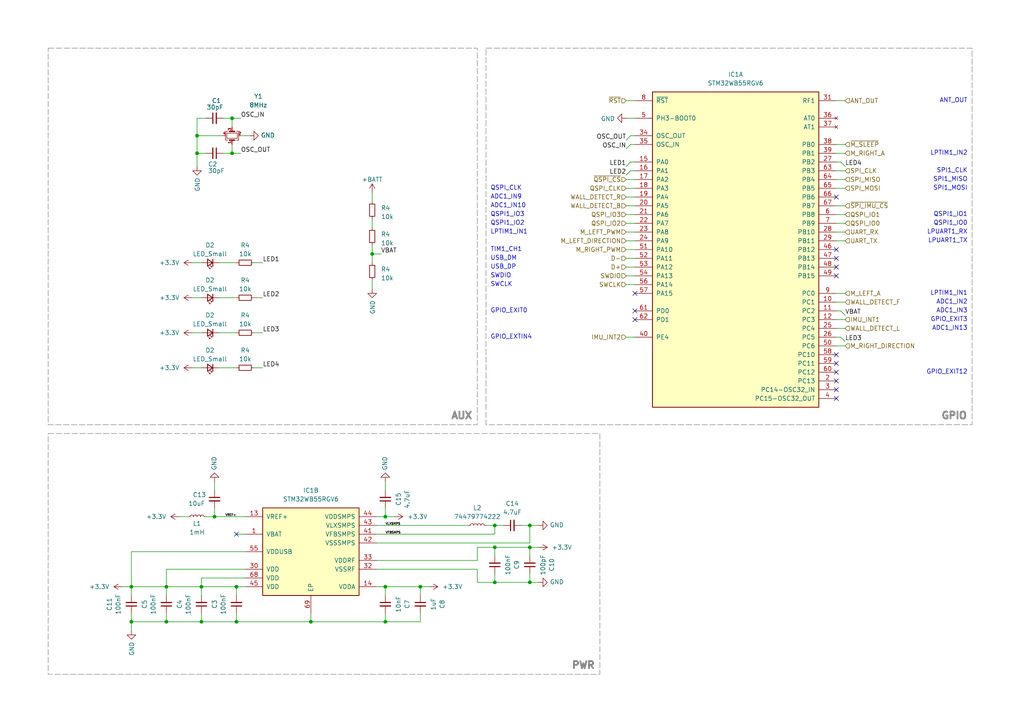
<source format=kicad_sch>
(kicad_sch (version 20231120) (generator "eeschema") (generator_version "8.0")
  (paper "A4")
  (lib_symbols
    (symbol "Device:C_Small" (pin_numbers hide) (pin_names (offset 0.254) hide)
      (property "Reference" "C" (at 0.254 1.778 0))
      (property "Value" "C_Small" (at 0.254 -2.032 0))
      (symbol "C_Small_0_1"
        (polyline (pts (xy -1.524 -0.508) (xy 1.524 -0.508)) (stroke (width 0.3302)))
        (polyline (pts (xy -1.524 0.508) (xy 1.524 0.508)) (stroke (width 0.3048)))
      )
      (symbol "C_Small_1_1"
        (pin passive line (at 0 2.54 270) (length 2.032) (name "~") (number "1"))
        (pin passive line (at 0 -2.54 90) (length 2.032) (name "~") (number "2"))
      )
    )
    (symbol "Device:Crystal_GND24_Small" (pin_names (offset 1.016) hide)
      (property "Reference" "Y" (at 1.27 4.445 0))
      (property "Value" "Crystal_GND24_Small" (at 1.27 2.54 0))
      (symbol "Crystal_GND24_Small_0_1"
        (rectangle (start -0.762 -1.524) (end 0.762 1.524))
        (polyline (pts (xy -1.27 -0.762) (xy -1.27 0.762)) (stroke (width 0.381)))
        (polyline (pts (xy 1.27 -0.762) (xy 1.27 0.762)) (stroke (width 0.381)))
        (polyline (pts (xy -1.27 -1.27) (xy -1.27 -1.905) (xy 1.27 -1.905) (xy 1.27 -1.27)))
        (polyline (pts (xy -1.27 1.27) (xy -1.27 1.905) (xy 1.27 1.905) (xy 1.27 1.27)))
      )
      (symbol "Crystal_GND24_Small_1_1"
        (pin passive line (at -2.54 0 0) (length 1.27) (name "1") (number "1"))
        (pin passive line (at 0 -2.54 90) (length 0.635) (name "2") (number "2"))
        (pin passive line (at 2.54 0 180) (length 1.27) (name "3") (number "3"))
        (pin passive line (at 0 2.54 270) (length 0.635) (name "4") (number "4"))
      )
    )
    (symbol "Device:LED_Small" (pin_numbers hide) (pin_names (offset 0.254) hide)
      (property "Reference" "D" (at -1.27 3.175 0))
      (property "Value" "LED_Small" (at -4.445 -2.54 0))
      (symbol "LED_Small_0_1"
        (polyline (pts (xy -0.762 -1.016) (xy -0.762 1.016)) (stroke (width 0.254)))
        (polyline (pts (xy 1.016 0) (xy -0.762 0)))
        (polyline (pts (xy 0.762 -1.016) (xy -0.762 0) (xy 0.762 1.016) (xy 0.762 -1.016)) (stroke (width 0.254)))
        (polyline (pts (xy 0 0.762) (xy -0.508 1.27) (xy -0.254 1.27) (xy -0.508 1.27) (xy -0.508 1.016)))
        (polyline (pts (xy 0.508 1.27) (xy 0 1.778) (xy 0.254 1.778) (xy 0 1.778) (xy 0 1.524)))
      )
      (symbol "LED_Small_1_1"
        (pin passive line (at -2.54 0 0) (length 1.778) (name "K") (number "1"))
        (pin passive line (at 2.54 0 180) (length 1.778) (name "A") (number "2"))
      )
    )
    (symbol "Device:L_Small" (pin_numbers hide) (pin_names (offset 0.254) hide)
      (property "Reference" "L" (at 0.762 1.016 0))
      (property "Value" "L_Small" (at 0.762 -1.016 0))
      (symbol "L_Small_0_1"
        (arc (start 0 -2.032) (mid 0.5058 -1.524) (end 0 -1.016))
        (arc (start 0 -1.016) (mid 0.5058 -0.508) (end 0 0))
        (arc (start 0 0) (mid 0.5058 0.508) (end 0 1.016))
        (arc (start 0 1.016) (mid 0.5058 1.524) (end 0 2.032))
      )
      (symbol "L_Small_1_1"
        (pin passive line (at 0 2.54 270) (length 0.508) (name "~") (number "1"))
        (pin passive line (at 0 -2.54 90) (length 0.508) (name "~") (number "2"))
      )
    )
    (symbol "Device:R_Small" (pin_numbers hide) (pin_names (offset 0.254) hide)
      (property "Reference" "R" (at 0.762 0.508 0))
      (property "Value" "R_Small" (at 0.762 -1.016 0))
      (symbol "R_Small_0_1"
        (rectangle (start -0.762 1.778) (end 0.762 -1.778) (stroke (width 0.2032)))
      )
      (symbol "R_Small_1_1"
        (pin passive line (at 0 2.54 270) (length 0.762) (name "~") (number "1"))
        (pin passive line (at 0 -2.54 90) (length 0.762) (name "~") (number "2"))
      )
    )
    (symbol "Samacsys_kicad_sym:74479774222" (pin_numbers hide) (pin_names hide)
      (property "Reference" "L" (at 16.51 6.35 0))
      (property "Value" "74479774222" (at 16.51 3.81 0))
      (symbol "74479774222_0_1"
        (arc (start -1.016 0) (mid -1.524 0.5058) (end -2.032 0))
        (arc (start 0 0) (mid -0.508 0.5058) (end -1.016 0))
        (arc (start 1.016 0) (mid 0.508 0.5058) (end 0 0))
        (arc (start 2.032 0) (mid 1.524 0.5058) (end 1.016 0))
      )
      (symbol "74479774222_1_1"
        (pin passive line (at -2.54 0 0) (length 0.508) (name "~") (number "1"))
        (pin passive line (at 2.54 0 180) (length 0.508) (name "~") (number "2"))
      )
    )
    (symbol "Samacsys_kicad_sym:STM32WB55RGV6" (pin_names (offset 1.016))
      (property "Reference" "IC" (at -6.35 17.78 0))
      (property "Value" "STM32WB55RGV6" (at -6.35 15.24 0))
      (symbol "STM32WB55RGV6_1_1"
        (rectangle (start -24.13 45.72) (end 24.13 -45.72) (stroke (width 0.254)) (fill (type background)))
        (pin passive line (at 29.21 -15.24 180) (length 5.08) (name "PC1") (number "10"))
        (pin passive line (at 29.21 -17.78 180) (length 5.08) (name "PC2") (number "11"))
        (pin passive line (at 29.21 -20.32 180) (length 5.08) (name "PC3") (number "12"))
        (pin passive line (at -29.21 25.4 0) (length 5.08) (name "PA0") (number "15"))
        (pin passive line (at -29.21 22.86 0) (length 5.08) (name "PA1") (number "16"))
        (pin passive line (at -29.21 20.32 0) (length 5.08) (name "PA2") (number "17"))
        (pin passive line (at -29.21 17.78 0) (length 5.08) (name "PA3") (number "18"))
        (pin passive line (at -29.21 15.24 0) (length 5.08) (name "PA4") (number "19"))
        (pin passive line (at 29.21 -38.1 180) (length 5.08) (name "PC13") (number "2"))
        (pin passive line (at -29.21 12.7 0) (length 5.08) (name "PA5") (number "20"))
        (pin passive line (at -29.21 10.16 0) (length 5.08) (name "PA6") (number "21"))
        (pin passive line (at -29.21 7.62 0) (length 5.08) (name "PA7") (number "22"))
        (pin passive line (at -29.21 5.08 0) (length 5.08) (name "PA8") (number "23"))
        (pin passive line (at -29.21 2.54 0) (length 5.08) (name "PA9") (number "24"))
        (pin passive line (at 29.21 -22.86 180) (length 5.08) (name "PC4") (number "25"))
        (pin passive line (at 29.21 -25.4 180) (length 5.08) (name "PC5") (number "26"))
        (pin passive line (at 29.21 25.4 180) (length 5.08) (name "PB2") (number "27"))
        (pin passive line (at 29.21 5.08 180) (length 5.08) (name "PB10") (number "28"))
        (pin passive line (at 29.21 2.54 180) (length 5.08) (name "PB11") (number "29"))
        (pin passive line (at 29.21 -40.64 180) (length 5.08) (name "PC14-OSC32_IN") (number "3"))
        (pin passive line (at 29.21 43.18 180) (length 5.08) (name "RF1") (number "31"))
        (pin passive line (at -29.21 33.02 0) (length 5.08) (name "OSC_OUT") (number "34"))
        (pin passive line (at -29.21 30.48 0) (length 5.08) (name "OSC_IN") (number "35"))
        (pin no_connect line (at 29.21 38.1 180) (length 5.08) (name "AT0") (number "36"))
        (pin no_connect line (at 29.21 35.56 180) (length 5.08) (name "AT1") (number "37"))
        (pin passive line (at 29.21 30.48 180) (length 5.08) (name "PB0") (number "38"))
        (pin passive line (at 29.21 27.94 180) (length 5.08) (name "PB1") (number "39"))
        (pin passive line (at 29.21 -43.18 180) (length 5.08) (name "PC15-OSC32_OUT") (number "4"))
        (pin passive line (at -29.21 -25.4 0) (length 5.08) (name "PE4") (number "40"))
        (pin passive line (at 29.21 0 180) (length 5.08) (name "PB12") (number "46"))
        (pin passive line (at 29.21 -2.54 180) (length 5.08) (name "PB13") (number "47"))
        (pin passive line (at 29.21 -5.08 180) (length 5.08) (name "PB14") (number "48"))
        (pin passive line (at 29.21 -7.62 180) (length 5.08) (name "PB15") (number "49"))
        (pin passive line (at -29.21 38.1 0) (length 5.08) (name "PH3-BOOT0") (number "5"))
        (pin passive line (at 29.21 -27.94 180) (length 5.08) (name "PC6") (number "50"))
        (pin passive line (at -29.21 0 0) (length 5.08) (name "PA10") (number "51"))
        (pin passive line (at -29.21 -2.54 0) (length 5.08) (name "PA11") (number "52"))
        (pin passive line (at -29.21 -5.08 0) (length 5.08) (name "PA12") (number "53"))
        (pin passive line (at -29.21 -7.62 0) (length 5.08) (name "PA13") (number "54"))
        (pin passive line (at -29.21 -10.16 0) (length 5.08) (name "PA14") (number "56"))
        (pin passive line (at -29.21 -12.7 0) (length 5.08) (name "PA15") (number "57"))
        (pin passive line (at 29.21 -30.48 180) (length 5.08) (name "PC10") (number "58"))
        (pin passive line (at 29.21 -33.02 180) (length 5.08) (name "PC11") (number "59"))
        (pin passive line (at 29.21 10.16 180) (length 5.08) (name "PB8") (number "6"))
        (pin passive line (at 29.21 -35.56 180) (length 5.08) (name "PC12") (number "60"))
        (pin passive line (at -29.21 -17.78 0) (length 5.08) (name "PD0") (number "61"))
        (pin passive line (at -29.21 -20.32 0) (length 5.08) (name "PD1") (number "62"))
        (pin passive line (at 29.21 22.86 180) (length 5.08) (name "PB3") (number "63"))
        (pin passive line (at 29.21 20.32 180) (length 5.08) (name "PB4") (number "64"))
        (pin passive line (at 29.21 17.78 180) (length 5.08) (name "PB5") (number "65"))
        (pin passive line (at 29.21 15.24 180) (length 5.08) (name "PB6") (number "66"))
        (pin passive line (at 29.21 12.7 180) (length 5.08) (name "PB7") (number "67"))
        (pin passive line (at 29.21 7.62 180) (length 5.08) (name "PB9") (number "7"))
        (pin passive line (at -29.21 43.18 0) (length 5.08) (name "~{RST}") (number "8"))
        (pin passive line (at 29.21 -12.7 180) (length 5.08) (name "PC0") (number "9"))
      )
      (symbol "STM32WB55RGV6_2_1"
        (rectangle (start -13.97 12.7) (end 13.97 -12.7) (stroke (width 0.254)) (fill (type background)))
        (pin passive line (at -19.05 5.08 0) (length 5.08) (name "VBAT") (number "1"))
        (pin passive line (at -19.05 10.16 0) (length 5.08) (name "VREF+") (number "13"))
        (pin passive line (at 19.05 -10.16 180) (length 5.08) (name "VDDA") (number "14"))
        (pin passive line (at -19.05 -5.08 0) (length 5.08) (name "VDD") (number "30"))
        (pin passive line (at 19.05 -5.08 180) (length 5.08) (name "VSSRF") (number "32"))
        (pin passive line (at 19.05 -2.54 180) (length 5.08) (name "VDDRF") (number "33"))
        (pin passive line (at 19.05 5.08 180) (length 5.08) (name "VFBSMPS") (number "41"))
        (pin passive line (at 19.05 2.54 180) (length 5.08) (name "VSSSMPS") (number "42"))
        (pin passive line (at 19.05 7.62 180) (length 5.08) (name "VLXSMPS") (number "43"))
        (pin passive line (at 19.05 10.16 180) (length 5.08) (name "VDDSMPS") (number "44"))
        (pin passive line (at -19.05 -10.16 0) (length 5.08) (name "VDD") (number "45"))
        (pin passive line (at -19.05 0 0) (length 5.08) (name "VDDUSB") (number "55"))
        (pin passive line (at -19.05 -7.62 0) (length 5.08) (name "VDD") (number "68"))
        (pin passive line (at 0 -17.78 90) (length 5.08) (name "EP") (number "69"))
      )
    )
    (symbol "power:+3.3V" (power) (pin_names (offset 0))
      (property "Value" "+3.3V" (at 0 3.556 0))
      (symbol "+3.3V_0_1"
        (polyline (pts (xy -0.762 1.27) (xy 0 2.54)))
        (polyline (pts (xy 0 0) (xy 0 2.54)))
        (polyline (pts (xy 0 2.54) (xy 0.762 1.27)))
      )
      (symbol "+3.3V_1_1"
        (pin power_in line (at 0 0 90) (length 0) hide (name "+3.3V") (number "1"))
      )
    )
    (symbol "power:+BATT" (power) (pin_names (offset 0))
      (property "Value" "+BATT" (at 0 3.556 0))
      (symbol "+BATT_0_1"
        (polyline (pts (xy -0.762 1.27) (xy 0 2.54)))
        (polyline (pts (xy 0 0) (xy 0 2.54)))
        (polyline (pts (xy 0 2.54) (xy 0.762 1.27)))
      )
      (symbol "+BATT_1_1"
        (pin power_in line (at 0 0 90) (length 0) hide (name "+BATT") (number "1"))
      )
    )
    (symbol "power:GND" (power) (pin_names (offset 0))
      (property "Value" "GND" (at 0 -3.81 0))
      (symbol "GND_0_1"
        (polyline (pts (xy 0 0) (xy 0 -1.27) (xy 1.27 -1.27) (xy 0 -2.54) (xy -1.27 -1.27) (xy 0 -1.27)))
      )
      (symbol "GND_1_1"
        (pin power_in line (at 0 0 270) (length 0) hide (name "GND") (number "1"))
      )
    )
  )
  (junction (at 121.92 170.18))
  (junction (at 111.76 149.86))
  (junction (at 153.67 152.4))
  (junction (at 38.1 170.18))
  (junction (at 153.67 168.91))
  (junction (at 68.58 180.34))
  (junction (at 68.58 170.18))
  (junction (at 143.51 158.75))
  (junction (at 57.15 39.37))
  (junction (at 67.31 44.45))
  (junction (at 62.23 149.86))
  (junction (at 143.51 168.91))
  (junction (at 153.67 158.75))
  (junction (at 48.26 170.18))
  (junction (at 111.76 170.18))
  (junction (at 57.15 44.45))
  (junction (at 48.26 180.34))
  (junction (at 90.17 180.34))
  (junction (at 58.42 170.18))
  (junction (at 58.42 180.34))
  (junction (at 143.51 152.4))
  (junction (at 38.1 180.34))
  (junction (at 67.31 34.29))
  (junction (at 107.95 73.66))
  (junction (at 111.76 180.34))
  (no_connect (at 184.15 85.09))
  (no_connect (at 242.57 107.95))
  (no_connect (at 242.57 105.41))
  (no_connect (at 242.57 110.49))
  (no_connect (at 242.57 72.39))
  (no_connect (at 242.57 57.15))
  (no_connect (at 242.57 115.57))
  (no_connect (at 184.15 90.17))
  (no_connect (at 242.57 77.47))
  (no_connect (at 184.15 92.71))
  (no_connect (at 242.57 113.03))
  (no_connect (at 242.57 80.01))
  (no_connect (at 242.57 102.87))
  (no_connect (at 242.57 74.93))
  (no_connect (at 68.58 154.94))
  (wire (pts (xy 181.61 82.55) (xy 184.15 82.55)))
  (wire (pts (xy 111.76 180.34) (xy 90.17 180.34)))
  (wire (pts (xy 67.31 44.45) (xy 69.85 44.45)))
  (wire (pts (xy 68.58 170.18) (xy 58.42 170.18)))
  (wire (pts (xy 182.88 41.91) (xy 181.61 43.18)))
  (wire (pts (xy 68.58 154.94) (xy 71.12 154.94)))
  (wire (pts (xy 181.61 54.61) (xy 184.15 54.61)))
  (wire (pts (xy 245.11 54.61) (xy 242.57 54.61)))
  (wire (pts (xy 55.88 86.36) (xy 58.42 86.36)))
  (wire (pts (xy 48.26 165.1) (xy 48.26 170.18)))
  (wire (pts (xy 69.85 39.37) (xy 72.39 39.37)))
  (wire (pts (xy 62.23 147.32) (xy 62.23 149.86)))
  (wire (pts (xy 38.1 180.34) (xy 48.26 180.34)))
  (wire (pts (xy 153.67 158.75) (xy 156.21 158.75)))
  (wire (pts (xy 140.97 152.4) (xy 143.51 152.4)))
  (wire (pts (xy 182.88 39.37) (xy 181.61 40.64)))
  (wire (pts (xy 52.07 149.86) (xy 54.61 149.86)))
  (wire (pts (xy 71.12 167.64) (xy 58.42 167.64)))
  (wire (pts (xy 153.67 161.29) (xy 153.67 158.75)))
  (wire (pts (xy 63.5 76.2) (xy 68.58 76.2)))
  (wire (pts (xy 182.88 49.53) (xy 181.61 50.8)))
  (wire (pts (xy 243.84 90.17) (xy 242.57 90.17)))
  (wire (pts (xy 57.15 39.37) (xy 57.15 44.45)))
  (wire (pts (xy 38.1 177.8) (xy 38.1 180.34)))
  (wire (pts (xy 111.76 170.18) (xy 111.76 172.72)))
  (wire (pts (xy 245.11 67.31) (xy 242.57 67.31)))
  (wire (pts (xy 35.56 170.18) (xy 38.1 170.18)))
  (wire (pts (xy 245.11 49.53) (xy 242.57 49.53)))
  (wire (pts (xy 243.84 46.99) (xy 245.11 48.26)))
  (wire (pts (xy 181.61 34.29) (xy 184.15 34.29)))
  (wire (pts (xy 153.67 168.91) (xy 143.51 168.91)))
  (wire (pts (xy 109.22 170.18) (xy 111.76 170.18)))
  (wire (pts (xy 57.15 34.29) (xy 57.15 39.37)))
  (wire (pts (xy 73.66 96.52) (xy 76.2 96.52)))
  (wire (pts (xy 59.69 34.29) (xy 57.15 34.29)))
  (wire (pts (xy 71.12 160.02) (xy 38.1 160.02)))
  (wire (pts (xy 55.88 96.52) (xy 58.42 96.52)))
  (wire (pts (xy 62.23 149.86) (xy 59.69 149.86)))
  (wire (pts (xy 67.31 44.45) (xy 67.31 41.91)))
  (wire (pts (xy 107.95 73.66) (xy 110.49 73.66)))
  (wire (pts (xy 48.26 170.18) (xy 48.26 172.72)))
  (wire (pts (xy 68.58 180.34) (xy 90.17 180.34)))
  (wire (pts (xy 107.95 71.12) (xy 107.95 73.66)))
  (wire (pts (xy 107.95 63.5) (xy 107.95 66.04)))
  (wire (pts (xy 67.31 34.29) (xy 64.77 34.29)))
  (wire (pts (xy 121.92 180.34) (xy 111.76 180.34)))
  (wire (pts (xy 181.61 59.69) (xy 184.15 59.69)))
  (wire (pts (xy 245.11 100.33) (xy 242.57 100.33)))
  (wire (pts (xy 111.76 147.32) (xy 111.76 149.86)))
  (wire (pts (xy 109.22 152.4) (xy 135.89 152.4)))
  (wire (pts (xy 181.61 72.39) (xy 184.15 72.39)))
  (wire (pts (xy 63.5 86.36) (xy 68.58 86.36)))
  (wire (pts (xy 245.11 69.85) (xy 242.57 69.85)))
  (wire (pts (xy 109.22 162.56) (xy 138.43 162.56)))
  (wire (pts (xy 242.57 95.25) (xy 245.11 95.25)))
  (wire (pts (xy 182.88 46.99) (xy 181.61 48.26)))
  (wire (pts (xy 153.67 168.91) (xy 156.21 168.91)))
  (wire (pts (xy 245.11 52.07) (xy 242.57 52.07)))
  (wire (pts (xy 245.11 62.23) (xy 242.57 62.23)))
  (wire (pts (xy 153.67 158.75) (xy 143.51 158.75)))
  (wire (pts (xy 38.1 170.18) (xy 38.1 172.72)))
  (wire (pts (xy 245.11 41.91) (xy 242.57 41.91)))
  (wire (pts (xy 242.57 87.63) (xy 245.11 87.63)))
  (wire (pts (xy 71.12 170.18) (xy 68.58 170.18)))
  (wire (pts (xy 242.57 29.21) (xy 245.11 29.21)))
  (wire (pts (xy 107.95 81.28) (xy 107.95 83.82)))
  (wire (pts (xy 181.61 74.93) (xy 184.15 74.93)))
  (wire (pts (xy 182.88 46.99) (xy 184.15 46.99)))
  (wire (pts (xy 58.42 170.18) (xy 58.42 172.72)))
  (wire (pts (xy 121.92 170.18) (xy 124.46 170.18)))
  (wire (pts (xy 245.11 44.45) (xy 242.57 44.45)))
  (wire (pts (xy 138.43 168.91) (xy 143.51 168.91)))
  (wire (pts (xy 58.42 180.34) (xy 48.26 180.34)))
  (wire (pts (xy 48.26 180.34) (xy 48.26 177.8)))
  (wire (pts (xy 143.51 168.91) (xy 143.51 166.37)))
  (wire (pts (xy 63.5 96.52) (xy 68.58 96.52)))
  (wire (pts (xy 243.84 97.79) (xy 242.57 97.79)))
  (wire (pts (xy 58.42 177.8) (xy 58.42 180.34)))
  (wire (pts (xy 73.66 86.36) (xy 76.2 86.36)))
  (wire (pts (xy 107.95 55.88) (xy 107.95 58.42)))
  (wire (pts (xy 62.23 139.7) (xy 62.23 142.24)))
  (wire (pts (xy 245.11 64.77) (xy 242.57 64.77)))
  (wire (pts (xy 182.88 41.91) (xy 184.15 41.91)))
  (wire (pts (xy 38.1 182.88) (xy 38.1 180.34)))
  (wire (pts (xy 38.1 170.18) (xy 48.26 170.18)))
  (wire (pts (xy 71.12 165.1) (xy 48.26 165.1)))
  (wire (pts (xy 111.76 139.7) (xy 111.76 142.24)))
  (wire (pts (xy 67.31 34.29) (xy 69.85 34.29)))
  (wire (pts (xy 109.22 149.86) (xy 111.76 149.86)))
  (wire (pts (xy 111.76 177.8) (xy 111.76 180.34)))
  (wire (pts (xy 181.61 67.31) (xy 184.15 67.31)))
  (wire (pts (xy 243.84 90.17) (xy 245.11 91.44)))
  (wire (pts (xy 138.43 165.1) (xy 138.43 168.91)))
  (wire (pts (xy 68.58 170.18) (xy 68.58 172.72)))
  (wire (pts (xy 107.95 73.66) (xy 107.95 76.2)))
  (wire (pts (xy 55.88 106.68) (xy 58.42 106.68)))
  (wire (pts (xy 182.88 39.37) (xy 184.15 39.37)))
  (wire (pts (xy 57.15 48.26) (xy 57.15 44.45)))
  (wire (pts (xy 68.58 177.8) (xy 68.58 180.34)))
  (wire (pts (xy 153.67 152.4) (xy 156.21 152.4)))
  (wire (pts (xy 58.42 170.18) (xy 48.26 170.18)))
  (wire (pts (xy 68.58 180.34) (xy 58.42 180.34)))
  (wire (pts (xy 181.61 52.07) (xy 184.15 52.07)))
  (wire (pts (xy 181.61 62.23) (xy 184.15 62.23)))
  (wire (pts (xy 73.66 106.68) (xy 76.2 106.68)))
  (wire (pts (xy 245.11 92.71) (xy 242.57 92.71)))
  (wire (pts (xy 243.84 46.99) (xy 242.57 46.99)))
  (wire (pts (xy 181.61 77.47) (xy 184.15 77.47)))
  (wire (pts (xy 121.92 172.72) (xy 121.92 170.18)))
  (wire (pts (xy 62.23 149.86) (xy 71.12 149.86)))
  (wire (pts (xy 57.15 39.37) (xy 64.77 39.37)))
  (wire (pts (xy 55.88 76.2) (xy 58.42 76.2)))
  (wire (pts (xy 143.51 158.75) (xy 143.51 161.29)))
  (wire (pts (xy 182.88 49.53) (xy 184.15 49.53)))
  (wire (pts (xy 181.61 57.15) (xy 184.15 57.15)))
  (wire (pts (xy 153.67 152.4) (xy 153.67 157.48)))
  (wire (pts (xy 138.43 158.75) (xy 143.51 158.75)))
  (wire (pts (xy 151.13 152.4) (xy 153.67 152.4)))
  (wire (pts (xy 38.1 160.02) (xy 38.1 170.18)))
  (wire (pts (xy 138.43 162.56) (xy 138.43 158.75)))
  (wire (pts (xy 143.51 152.4) (xy 143.51 154.94)))
  (wire (pts (xy 143.51 152.4) (xy 146.05 152.4)))
  (wire (pts (xy 109.22 157.48) (xy 153.67 157.48)))
  (wire (pts (xy 181.61 64.77) (xy 184.15 64.77)))
  (wire (pts (xy 181.61 97.79) (xy 184.15 97.79)))
  (wire (pts (xy 58.42 167.64) (xy 58.42 170.18)))
  (wire (pts (xy 67.31 34.29) (xy 67.31 36.83)))
  (wire (pts (xy 121.92 170.18) (xy 111.76 170.18)))
  (wire (pts (xy 63.5 106.68) (xy 68.58 106.68)))
  (wire (pts (xy 245.11 59.69) (xy 242.57 59.69)))
  (wire (pts (xy 73.66 76.2) (xy 76.2 76.2)))
  (wire (pts (xy 245.11 85.09) (xy 242.57 85.09)))
  (wire (pts (xy 243.84 97.79) (xy 245.11 99.06)))
  (wire (pts (xy 109.22 154.94) (xy 143.51 154.94)))
  (wire (pts (xy 90.17 180.34) (xy 90.17 177.8)))
  (wire (pts (xy 181.61 29.21) (xy 184.15 29.21)))
  (wire (pts (xy 121.92 177.8) (xy 121.92 180.34)))
  (wire (pts (xy 153.67 166.37) (xy 153.67 168.91)))
  (wire (pts (xy 181.61 69.85) (xy 184.15 69.85)))
  (wire (pts (xy 109.22 165.1) (xy 138.43 165.1)))
  (wire (pts (xy 111.76 149.86) (xy 114.3 149.86)))
  (wire (pts (xy 57.15 44.45) (xy 59.69 44.45)))
  (wire (pts (xy 181.61 80.01) (xy 184.15 80.01)))
  (wire (pts (xy 64.77 44.45) (xy 67.31 44.45)))
  (rectangle (start 140.97 13.97) (end 281.94 123.19) (stroke (width 0) (type dash) (color 132 132 132 1)))
  (rectangle (start 13.97 125.73) (end 173.99 195.58) (stroke (width 0) (type dash) (color 132 132 132 1)))
  (rectangle (start 13.97 13.97) (end 138.43 123.19) (stroke (width 0) (type dash) (color 132 132 132 1)))
  (text "SWCLK" (at 142.24 82.55 0) (effects (font (size 1.27 1.27)) (justify left)))
  (text "SPI1_MISO" (at 280.67 52.07 0) (effects (font (size 1.27 1.27)) (justify right)))
  (text "ADC1_IN9" (at 142.24 57.15 0) (effects (font (size 1.27 1.27)) (justify left)))
  (text "LPTIM1_IN1" (at 142.24 67.31 0) (effects (font (size 1.27 1.27)) (justify left)))
  (text "QSPI1_IO3" (at 142.24 62.23 0) (effects (font (size 1.27 1.27)) (justify left)))
  (text "ADC1_IN2" (at 280.67 87.63 0) (effects (font (size 1.27 1.27)) (justify right)))
  (text "LPUART1_TX" (at 280.67 69.85 0) (effects (font (size 1.27 1.27)) (justify right)))
  (text "QSPI_CLK" (at 142.24 54.61 0) (effects (font (size 1.27 1.27)) (justify left)))
  (text "SPI1_CLK" (at 280.67 49.53 0) (effects (font (size 1.27 1.27)) (justify right)))
  (text "GPIO_EXIT3" (at 280.67 92.71 0) (effects (font (size 1.27 1.27)) (justify right)))
  (text "QSPI1_IO1" (at 280.67 62.23 0) (effects (font (size 1.27 1.27)) (justify right)))
  (text "GPIO" (at 280.67 121.92 0) (effects (font (size 2.032 2.032) (thickness 1) (bold yes)) (justify right bottom)))
  (text "LPUART1_RX" (at 280.67 67.31 0) (effects (font (size 1.27 1.27)) (justify right)))
  (text "LPTIM1_IN1" (at 280.67 85.09 0) (effects (font (size 1.27 1.27)) (justify right)))
  (text "ADC1_IN3" (at 280.67 90.17 0) (effects (font (size 1.27 1.27)) (justify right)))
  (text "AUX" (at 137.16 121.92 0) (effects (font (size 2.032 2.032) (thickness 1) (bold yes)) (justify right bottom)))
  (text "ADC1_IN13" (at 280.67 95.25 0) (effects (font (size 1.27 1.27)) (justify right)))
  (text "PWR" (at 172.72 194.31 0) (effects (font (size 2.032 2.032) (thickness 1) (bold yes)) (justify right bottom)))
  (text "USB_DP" (at 142.24 77.47 0) (effects (font (size 1.27 1.27)) (justify left)))
  (text "GPIO_EXIT0" (at 142.24 90.17 0) (effects (font (size 1.27 1.27)) (justify left)))
  (text "LPTIM1_IN2" (at 280.67 44.45 0) (effects (font (size 1.27 1.27)) (justify right)))
  (text "GPIO_EXIT12" (at 280.67 107.95 0) (effects (font (size 1.27 1.27)) (justify right)))
  (text "SWDIO" (at 142.24 80.01 0) (effects (font (size 1.27 1.27)) (justify left)))
  (text "QSPI1_IO0" (at 280.67 64.77 0) (effects (font (size 1.27 1.27)) (justify right)))
  (text "ANT_OUT" (at 280.67 29.21 0) (effects (font (size 1.27 1.27)) (justify right)))
  (text "QSPI1_IO2" (at 142.24 64.77 0) (effects (font (size 1.27 1.27)) (justify left)))
  (text "SPI1_MOSI" (at 280.67 54.61 0) (effects (font (size 1.27 1.27)) (justify right)))
  (text "USB_DM" (at 142.24 74.93 0) (effects (font (size 1.27 1.27)) (justify left)))
  (text "TIM1_CH1" (at 142.24 72.39 0) (effects (font (size 1.27 1.27)) (justify left)))
  (text "GPIO_EXTIN4" (at 142.24 97.79 0) (effects (font (size 1.27 1.27)) (justify left)))
  (text "ADC1_IN10" (at 142.24 59.69 0) (effects (font (size 1.27 1.27)) (justify left)))
  (label "OSC_OUT" (at 69.85 44.45 0))
  (label "VLXSMPS" (at 111.76 152.4 0) (effects (font (size 0.635 0.635))))
  (label "VREF+" (at 68.58 149.86 180) (effects (font (size 0.635 0.635))))
  (label "LED3" (at 245.11 99.06 0))
  (label "OSC_IN" (at 181.61 43.18 180))
  (label "LED4" (at 76.2 106.68 0))
  (label "LED3" (at 76.2 96.52 0))
  (label "LED2" (at 76.2 86.36 0))
  (label "LED1" (at 181.61 48.26 180))
  (label "LED2" (at 181.61 50.8 180))
  (label "OSC_IN" (at 69.85 34.29 0))
  (label "VBAT" (at 110.49 73.66 0))
  (label "LED4" (at 245.11 48.26 0))
  (label "VBAT" (at 245.11 91.44 0))
  (label "OSC_OUT" (at 181.61 40.64 180))
  (label "LED1" (at 76.2 76.2 0))
  (label "VFBSMPS" (at 111.76 154.94 0) (effects (font (size 0.635 0.635))))
  (hierarchical_label "D-" (shape input) (at 181.61 74.93 180))
  (hierarchical_label "WALL_DETECT_R" (shape input) (at 181.61 57.15 180))
  (hierarchical_label "SPI_CLK" (shape input) (at 245.11 49.53 0))
  (hierarchical_label "M_LEFT_PWM" (shape input) (at 181.61 67.31 180))
  (hierarchical_label "SWCLK" (shape input) (at 181.61 82.55 180))
  (hierarchical_label "~{RST}" (shape input) (at 181.61 29.21 180))
  (hierarchical_label "~{SPI_IMU_CS}" (shape input) (at 245.11 59.69 0))
  (hierarchical_label "SWDIO" (shape input) (at 181.61 80.01 180))
  (hierarchical_label "D+" (shape input) (at 181.61 77.47 180))
  (hierarchical_label "QSPI_IO3" (shape input) (at 181.61 62.23 180))
  (hierarchical_label "UART_RX" (shape input) (at 245.11 67.31 0))
  (hierarchical_label "SPI_MISO" (shape input) (at 245.11 52.07 0))
  (hierarchical_label "WALL_DETECT_B" (shape input) (at 181.61 59.69 180))
  (hierarchical_label "~{M_SLEEP}" (shape input) (at 245.11 41.91 0))
  (hierarchical_label "WALL_DETECT_F" (shape input) (at 245.11 87.63 0))
  (hierarchical_label "QSPI_CLK" (shape input) (at 181.61 54.61 180))
  (hierarchical_label "SPI_MOSI" (shape input) (at 245.11 54.61 0))
  (hierarchical_label "M_RIGHT_PWM" (shape input) (at 181.61 72.39 180))
  (hierarchical_label "QSPI_IO1" (shape input) (at 245.11 62.23 0))
  (hierarchical_label "M_LEFT_A" (shape input) (at 245.11 85.09 0))
  (hierarchical_label "~{QSPI_CS}" (shape input) (at 181.61 52.07 180))
  (hierarchical_label "QSPI_IO0" (shape input) (at 245.11 64.77 0))
  (hierarchical_label "WALL_DETECT_L" (shape input) (at 245.11 95.25 0))
  (hierarchical_label "UART_TX" (shape input) (at 245.11 69.85 0))
  (hierarchical_label "IMU_INT2" (shape input) (at 181.61 97.79 180))
  (hierarchical_label "QSPI_IO2" (shape input) (at 181.61 64.77 180))
  (hierarchical_label "M_RIGHT_A" (shape input) (at 245.11 44.45 0))
  (hierarchical_label "ANT_OUT" (shape input) (at 245.11 29.21 0))
  (hierarchical_label "IMU_INT1" (shape input) (at 245.11 92.71 0))
  (hierarchical_label "M_LEFT_DIRECTION" (shape input) (at 181.61 69.85 180))
  (hierarchical_label "M_RIGHT_DIRECTION" (shape input) (at 245.11 100.33 0))
  (symbol (lib_id "power:GND") (at 107.95 83.82 0) (unit 1)
    (property "Reference" "#PWR020" (effects (hide yes)))
    (property "Value" "GND" (at 108.077 87.0712 90) (effects (justify right)))
    (instances (project "SmSemProject" (path "" (reference "#PWR020") (unit 1))) (project "PUTM_EV_BMS_HV_Master_2021" (path "" (reference "#PWR091") (unit 1))))
  )
  (symbol (lib_id "Device:C_Small") (at 62.23 44.45 270) (unit 1)
    (property "Reference" "C2" (at 60.325 47.625 90) (effects (justify left)))
    (property "Value" "30pF" (at 60.325 49.53 90) (effects (justify left)))
    (property "Footprint" "Capacitor_SMD:C_0603_1608Metric" (effects (hide yes)))
    (property "Manufacturer_Name" "--" (effects (hide yes)))
    (property "Manufacturer_Part_Number" "--" (effects (hide yes)))
    (property "Dodane do zamówienia" "4" (effects (hide yes)))
    (property "Mouser Part Number" "80-C0603C300F3HAUTO" (effects (hide yes)))
    (property "Mouser Price/Stock" "https://www.mouser.pl/ProductDetail/KEMET/C0603C300F3HACAUTO?qs=j%252B1pi9TdxUYPJXhwP%252BJQ%252BA%3D%3D" (effects (hide yes)))
    (instances (project "SmSemProject" (path "" (reference "C2") (unit 1))) (project "PUTM_EV_BMS_HV_Master_2021" (path "" (reference "C44") (unit 1))))
  )
  (symbol (lib_id "Device:LED_Small") (at 60.96 86.36 180) (unit 1)
    (property "Reference" "D2" (at 60.8965 81.28 0))
    (property "Value" "LED_Small" (at 60.8965 83.82 0))
    (property "Footprint" "LED_SMD:LED_0603_1608Metric" (effects (hide yes)))
    (property "Dodane do zamówienia" "20" (effects (hide yes)))
    (property "Mouser Part Number" "--different--" (effects (hide yes)))
    (instances (project "SmSemProject" (path "" (reference "D2") (unit 1)) (path "" (reference "D5") (unit 1))))
  )
  (symbol (lib_id "Device:C_Small") (at 153.67 163.83 0) (mirror x) (unit 1)
    (property "Reference" "C10" (at 160.02 163.83 90))
    (property "Value" "100pF" (at 157.48 163.83 90))
    (property "Footprint" "Capacitor_SMD:C_0603_1608Metric" (effects (hide yes)))
    (property "Manufacturer_Name" "--" (effects (hide yes)))
    (property "Manufacturer_Part_Number" "--" (effects (hide yes)))
    (property "Dodane do zamówienia" "10" (effects (hide yes)))
    (property "Mouser Part Number" "603-CC603KRX7R7BB101" (effects (hide yes)))
    (property "Mouser Price/Stock" "https://www.mouser.pl/ProductDetail/YAGEO/CC0603KRX7R7BB101?qs=57cj7OiSijlEMJvAqXL0Nw%3D%3D" (effects (hide yes)))
    (instances (project "SmSemProject" (path "" (reference "C10") (unit 1))) (project "PUTM_EV_BMS_HV_Master_2021" (path "" (reference "C43") (unit 1))))
  )
  (symbol (lib_id "Device:LED_Small") (at 60.96 106.68 180) (unit 1)
    (property "Reference" "D2" (at 60.8965 101.6 0))
    (property "Value" "LED_Small" (at 60.8965 104.14 0))
    (property "Footprint" "LED_SMD:LED_0603_1608Metric" (effects (hide yes)))
    (property "Dodane do zamówienia" "20" (effects (hide yes)))
    (property "Mouser Part Number" "--different--" (effects (hide yes)))
    (instances (project "SmSemProject" (path "" (reference "D2") (unit 1)) (path "" (reference "D7") (unit 1))))
  )
  (symbol (lib_id "Device:C_Small") (at 62.23 144.78 0) (unit 1)
    (property "Reference" "C13" (at 55.88 143.51 0) (effects (justify left)))
    (property "Value" "10uF" (at 54.61 146.05 0) (effects (justify left)))
    (property "Footprint" "Capacitor_SMD:C_0603_1608Metric" (effects (hide yes)))
    (property "Manufacturer_Name" "--" (effects (hide yes)))
    (property "Manufacturer_Part_Number" "--" (effects (hide yes)))
    (property "Dodane do zamówienia" "2" (effects (hide yes)))
    (property "Mouser Part Number" "81-GRM188R61C106MALJ" (effects (hide yes)))
    (property "Mouser Price/Stock" "https://www.mouser.pl/ProductDetail/Murata-Electronics/GRM188R61C106MAALJ?qs=ln40Oc76TbnHaWavAVTyMg%3D%3D" (effects (hide yes)))
    (instances (project "SmSemProject" (path "" (reference "C13") (unit 1))) (project "PUTM_EV_BMS_HV_Master_2021" (path "" (reference "C26") (unit 1)) (path "" (reference "C22") (unit 1)) (path "" (reference "C7") (unit 1))))
  )
  (symbol (lib_id "power:+3.3V") (at 35.56 170.18 90) (unit 1)
    (property "Reference" "#PWR06" (effects (hide yes)))
    (property "Value" "+3.3V" (at 31.75 170.18 90) (effects (justify left)))
  )
  (symbol (lib_id "Device:C_Small") (at 111.76 144.78 180) (unit 1)
    (property "Reference" "C15" (at 115.57 144.78 90))
    (property "Value" "4.7uF" (at 118.11 144.78 90))
    (property "Footprint" "Capacitor_SMD:C_0603_1608Metric" (effects (hide yes)))
    (property "Manufacturer_Name" "--" (effects (hide yes)))
    (property "Manufacturer_Part_Number" "--" (effects (hide yes)))
    (property "Dodane do zamówienia" "10" (effects (hide yes)))
    (property "Mouser Part Number" "187-CL10A475KO8NNNC" (effects (hide yes)))
    (property "Mouser Price/Stock" "https://www.mouser.pl/ProductDetail/Samsung-Electro-Mechanics/CL10A475KO8NNNC?qs=X6jEic%2FHinAbIjmLnFfqqQ%3D%3D" (effects (hide yes)))
    (instances (project "SmSemProject" (path "" (reference "C15") (unit 1))) (project "PUTM_EV_BMS_HV_Master_2021" (path "" (reference "C43") (unit 1))))
  )
  (symbol (lib_id "power:+3.3V") (at 55.88 86.36 90) (unit 1)
    (property "Reference" "#PWR052" (effects (hide yes)))
    (property "Value" "+3.3V" (at 52.07 86.36 90) (effects (justify left)))
  )
  (symbol (lib_id "power:+3.3V") (at 55.88 76.2 90) (unit 1)
    (property "Reference" "#PWR051" (effects (hide yes)))
    (property "Value" "+3.3V" (at 52.07 76.2 90) (effects (justify left)))
  )
  (symbol (lib_id "Device:R_Small") (at 71.12 96.52 270) (unit 1)
    (property "Reference" "R4" (at 71.12 91.44 90))
    (property "Value" "10k" (at 71.12 93.98 90))
    (property "Footprint" "Resistor_SMD:R_0603_1608Metric" (effects (hide yes)))
    (property "Dodane do zamówienia" "10" (effects (hide yes)))
    (property "Mouser Part Number" "CRGCQ0603F10K" (effects (hide yes)))
    (property "Mouser Price/Stock" "https://www.mouser.pl/ProductDetail/TE-Connectivity-Holsworthy/CRGCQ0603F10K?qs=sGAEpiMZZMvdGkrng054t7z4BkURc4Lzai%2F5%2FG2tg49oZaDPCYBZgg%3D%3D" (effects (hide yes)))
    (instances (project "SmSemProject" (path "" (reference "R4") (unit 1)) (path "" (reference "R7") (unit 1))))
  )
  (symbol (lib_id "Device:R_Small") (at 107.95 78.74 180) (unit 1)
    (property "Reference" "R4" (at 110.49 78.105 0) (effects (justify right)))
    (property "Value" "10k" (at 110.49 80.645 0) (effects (justify right)))
    (property "Footprint" "Resistor_SMD:R_0603_1608Metric" (effects (hide yes)))
    (property "Dodane do zamówienia" "10" (effects (hide yes)))
    (property "Mouser Part Number" "CRGCQ0603F10K" (effects (hide yes)))
    (property "Mouser Price/Stock" "https://www.mouser.pl/ProductDetail/TE-Connectivity-Holsworthy/CRGCQ0603F10K?qs=sGAEpiMZZMvdGkrng054t7z4BkURc4Lzai%2F5%2FG2tg49oZaDPCYBZgg%3D%3D" (effects (hide yes)))
    (instances (project "SmSemProject" (path "" (reference "R4") (unit 1)) (path "" (reference "R10") (unit 1))))
  )
  (symbol (lib_id "power:GND") (at 57.15 48.26 0) (unit 1)
    (property "Reference" "#PWR03" (effects (hide yes)))
    (property "Value" "GND" (at 57.277 51.5112 90) (effects (justify right)))
    (instances (project "SmSemProject" (path "" (reference "#PWR03") (unit 1))) (project "PUTM_EV_BMS_HV_Master_2021" (path "" (reference "#PWR091") (unit 1))))
  )
  (symbol (lib_id "power:+3.3V") (at 55.88 96.52 90) (unit 1)
    (property "Reference" "#PWR053" (effects (hide yes)))
    (property "Value" "+3.3V" (at 52.07 96.52 90) (effects (justify left)))
  )
  (symbol (lib_id "Samacsys_kicad_sym:74479774222") (at 138.43 152.4 0) (unit 1)
    (property "Reference" "L2" (at 138.43 147.32 0))
    (property "Value" "74479774222" (at 138.43 149.86 0))
    (property "Footprint" "Samacsys:WE-PMI_080562" (effects (hide yes)))
    (property "Mouser Part Number" "710-74479774222" (effects (hide yes)))
    (property "Mouser Price/Stock" "https://www.mouser.co.uk/ProductDetail/Wurth-Elektronik/74479774222?qs=%252BUQ4csG8Rsd58%2FKCVoLnRw%3D%3D" (effects (hide yes)))
    (property "Manufacturer_Name" "Wurth Elektronik" (effects (hide yes)))
    (property "Manufacturer_Part_Number" "74479774222" (effects (hide yes)))
    (property "Dodane do zamówienia" "1" (effects (hide yes)))
  )
  (symbol (lib_id "Device:C_Small") (at 148.59 152.4 90) (unit 1)
    (property "Reference" "C14" (at 148.59 146.05 90))
    (property "Value" "4.7uF" (at 148.59 148.59 90))
    (property "Footprint" "Capacitor_SMD:C_0603_1608Metric" (effects (hide yes)))
    (property "Manufacturer_Name" "--" (effects (hide yes)))
    (property "Manufacturer_Part_Number" "--" (effects (hide yes)))
    (property "Dodane do zamówienia" "10" (effects (hide yes)))
    (property "Mouser Part Number" "187-CL10A475KO8NNNC" (effects (hide yes)))
    (property "Mouser Price/Stock" "https://www.mouser.pl/ProductDetail/Samsung-Electro-Mechanics/CL10A475KO8NNNC?qs=X6jEic%2FHinAbIjmLnFfqqQ%3D%3D" (effects (hide yes)))
    (instances (project "SmSemProject" (path "" (reference "C14") (unit 1))) (project "PUTM_EV_BMS_HV_Master_2021" (path "" (reference "C43") (unit 1))))
  )
  (symbol (lib_id "Device:R_Small") (at 71.12 86.36 270) (unit 1)
    (property "Reference" "R4" (at 71.12 81.28 90))
    (property "Value" "10k" (at 71.12 83.82 90))
    (property "Footprint" "Resistor_SMD:R_0603_1608Metric" (effects (hide yes)))
    (property "Dodane do zamówienia" "10" (effects (hide yes)))
    (property "Mouser Part Number" "CRGCQ0603F10K" (effects (hide yes)))
    (property "Mouser Price/Stock" "https://www.mouser.pl/ProductDetail/TE-Connectivity-Holsworthy/CRGCQ0603F10K?qs=sGAEpiMZZMvdGkrng054t7z4BkURc4Lzai%2F5%2FG2tg49oZaDPCYBZgg%3D%3D" (effects (hide yes)))
    (instances (project "SmSemProject" (path "" (reference "R4") (unit 1)) (path "" (reference "R6") (unit 1))))
  )
  (symbol (lib_id "power:+3.3V") (at 156.21 158.75 270) (unit 1)
    (property "Reference" "#PWR08" (effects (hide yes)))
    (property "Value" "+3.3V" (at 160.02 158.75 90) (effects (justify left)))
  )
  (symbol (lib_id "power:+3.3V") (at 114.3 149.86 270) (unit 1)
    (property "Reference" "#PWR013" (effects (hide yes)))
    (property "Value" "+3.3V" (at 118.11 149.86 90) (effects (justify left)))
  )
  (symbol (lib_id "Device:LED_Small") (at 60.96 96.52 180) (unit 1)
    (property "Reference" "D2" (at 60.8965 91.44 0))
    (property "Value" "LED_Small" (at 60.8965 93.98 0))
    (property "Footprint" "LED_SMD:LED_0603_1608Metric" (effects (hide yes)))
    (property "Dodane do zamówienia" "20" (effects (hide yes)))
    (property "Mouser Part Number" "--different--" (effects (hide yes)))
    (instances (project "SmSemProject" (path "" (reference "D2") (unit 1)) (path "" (reference "D6") (unit 1))))
  )
  (symbol (lib_id "Device:C_Small") (at 111.76 175.26 0) (unit 1)
    (property "Reference" "C7" (at 118.11 175.26 90))
    (property "Value" "10nF" (at 115.57 175.26 90))
    (property "Footprint" "Capacitor_SMD:C_0603_1608Metric" (effects (hide yes)))
    (property "Manufacturer_Name" "--" (effects (hide yes)))
    (property "Manufacturer_Part_Number" "--" (effects (hide yes)))
    (property "Dodane do zamówienia" "10" (effects (hide yes)))
    (property "Mouser Part Number" "80-C0603C103M4RAUTO" (effects (hide yes)))
    (property "Mouser Price/Stock" "https://www.mouser.pl/ProductDetail/KEMET/C0603C103M4RACAUTO?qs=yQ9FZw9SO3wfcehYxHt2%252Bg%3D%3D" (effects (hide yes)))
    (instances (project "SmSemProject" (path "" (reference "C7") (unit 1))) (project "PUTM_EV_BMS_HV_Master_2021" (path "" (reference "C43") (unit 1))))
  )
  (symbol (lib_id "Device:R_Small") (at 107.95 60.96 180) (unit 1)
    (property "Reference" "R4" (at 110.49 60.325 0) (effects (justify right)))
    (property "Value" "10k" (at 110.49 62.865 0) (effects (justify right)))
    (property "Footprint" "Resistor_SMD:R_0603_1608Metric" (effects (hide yes)))
    (property "Dodane do zamówienia" "10" (effects (hide yes)))
    (property "Mouser Part Number" "CRGCQ0603F10K" (effects (hide yes)))
    (property "Mouser Price/Stock" "https://www.mouser.pl/ProductDetail/TE-Connectivity-Holsworthy/CRGCQ0603F10K?qs=sGAEpiMZZMvdGkrng054t7z4BkURc4Lzai%2F5%2FG2tg49oZaDPCYBZgg%3D%3D" (effects (hide yes)))
    (instances (project "SmSemProject" (path "" (reference "R4") (unit 1)) (path "" (reference "R9") (unit 1))))
  )
  (symbol (lib_id "Device:R_Small") (at 71.12 76.2 270) (unit 1)
    (property "Reference" "R4" (at 71.12 71.12 90))
    (property "Value" "10k" (at 71.12 73.66 90))
    (property "Footprint" "Resistor_SMD:R_0603_1608Metric" (effects (hide yes)))
    (property "Dodane do zamówienia" "10" (effects (hide yes)))
    (property "Mouser Part Number" "CRGCQ0603F10K" (effects (hide yes)))
    (property "Mouser Price/Stock" "https://www.mouser.pl/ProductDetail/TE-Connectivity-Holsworthy/CRGCQ0603F10K?qs=sGAEpiMZZMvdGkrng054t7z4BkURc4Lzai%2F5%2FG2tg49oZaDPCYBZgg%3D%3D" (effects (hide yes)))
    (instances (project "SmSemProject" (path "" (reference "R4") (unit 1)) (path "" (reference "R5") (unit 1))))
  )
  (symbol (lib_id "Device:LED_Small") (at 60.96 76.2 180) (unit 1)
    (property "Reference" "D2" (at 60.8965 71.12 0))
    (property "Value" "LED_Small" (at 60.8965 73.66 0))
    (property "Footprint" "LED_SMD:LED_0603_1608Metric" (effects (hide yes)))
    (property "Dodane do zamówienia" "20" (effects (hide yes)))
    (property "Mouser Part Number" "--different--" (effects (hide yes)))
    (instances (project "SmSemProject" (path "" (reference "D2") (unit 1)) (path "" (reference "D4") (unit 1))))
  )
  (symbol (lib_id "power:+3.3V") (at 55.88 106.68 90) (unit 1)
    (property "Reference" "#PWR054" (effects (hide yes)))
    (property "Value" "+3.3V" (at 52.07 106.68 90) (effects (justify left)))
  )
  (symbol (lib_id "power:GND") (at 111.76 139.7 180) (unit 1)
    (property "Reference" "#PWR014" (effects (hide yes)))
    (property "Value" "GND" (at 111.633 136.4488 90) (effects (justify right)))
    (instances (project "SmSemProject" (path "" (reference "#PWR014") (unit 1))) (project "PUTM_EV_BMS_HV_Master_2021" (path "" (reference "#PWR091") (unit 1))))
  )
  (symbol (lib_id "Device:C_Small") (at 48.26 175.26 180) (unit 1)
    (property "Reference" "C5" (at 41.91 175.26 90))
    (property "Value" "100nF" (at 44.45 175.26 90))
    (property "Footprint" "Capacitor_SMD:C_0603_1608Metric" (effects (hide yes)))
    (property "Manufacturer_Name" "--" (effects (hide yes)))
    (property "Manufacturer_Part_Number" "--" (effects (hide yes)))
    (property "Dodane do zamówienia" "20" (effects (hide yes)))
    (property "Mouser Part Number" "963-EMK107B7104MA-T" (effects (hide yes)))
    (property "Mouser Price/Stock" "https://www.mouser.pl/ProductDetail/TAIYO-YUDEN/EMK107B7104MA-T?qs=I6KAKw0tg2yoDM4kgVF98Q%3D%3D" (effects (hide yes)))
    (instances (project "SmSemProject" (path "" (reference "C5") (unit 1))) (project "PUTM_EV_BMS_HV_Master_2021" (path "" (reference "C43") (unit 1))))
  )
  (symbol (lib_id "power:GND") (at 62.23 139.7 180) (unit 1)
    (property "Reference" "#PWR011" (effects (hide yes)))
    (property "Value" "GND" (at 62.103 136.4488 90) (effects (justify right)))
    (instances (project "SmSemProject" (path "" (reference "#PWR011") (unit 1))) (project "PUTM_EV_BMS_HV_Master_2021" (path "" (reference "#PWR091") (unit 1))))
  )
  (symbol (lib_id "power:GND") (at 156.21 152.4 90) (unit 1)
    (property "Reference" "#PWR012" (effects (hide yes)))
    (property "Value" "GND" (at 159.4612 152.273 90) (effects (justify right)))
    (instances (project "SmSemProject" (path "" (reference "#PWR012") (unit 1))) (project "PUTM_EV_BMS_HV_Master_2021" (path "" (reference "#PWR091") (unit 1))))
  )
  (symbol (lib_id "Device:C_Small") (at 143.51 163.83 0) (mirror x) (unit 1)
    (property "Reference" "C9" (at 149.86 163.83 90))
    (property "Value" "100nF" (at 147.32 163.83 90))
    (property "Footprint" "Capacitor_SMD:C_0603_1608Metric" (effects (hide yes)))
    (property "Manufacturer_Name" "--" (effects (hide yes)))
    (property "Manufacturer_Part_Number" "--" (effects (hide yes)))
    (property "Dodane do zamówienia" "20" (effects (hide yes)))
    (property "Mouser Part Number" "963-EMK107B7104MA-T" (effects (hide yes)))
    (property "Mouser Price/Stock" "https://www.mouser.pl/ProductDetail/TAIYO-YUDEN/EMK107B7104MA-T?qs=I6KAKw0tg2yoDM4kgVF98Q%3D%3D" (effects (hide yes)))
    (instances (project "SmSemProject" (path "" (reference "C9") (unit 1))) (project "PUTM_EV_BMS_HV_Master_2021" (path "" (reference "C43") (unit 1))))
  )
  (symbol (lib_id "power:GND") (at 156.21 168.91 90) (unit 1)
    (property "Reference" "#PWR05" (effects (hide yes)))
    (property "Value" "GND" (at 159.4612 168.783 90) (effects (justify right)))
    (instances (project "SmSemProject" (path "" (reference "#PWR05") (unit 1))) (project "PUTM_EV_BMS_HV_Master_2021" (path "" (reference "#PWR091") (unit 1))))
  )
  (symbol (lib_id "Device:C_Small") (at 68.58 175.26 180) (unit 1)
    (property "Reference" "C3" (at 62.23 175.26 90))
    (property "Value" "100nF" (at 64.77 175.26 90))
    (property "Footprint" "Capacitor_SMD:C_0603_1608Metric" (effects (hide yes)))
    (property "Manufacturer_Name" "--" (effects (hide yes)))
    (property "Manufacturer_Part_Number" "--" (effects (hide yes)))
    (property "Dodane do zamówienia" "20" (effects (hide yes)))
    (property "Mouser Part Number" "963-EMK107B7104MA-T" (effects (hide yes)))
    (property "Mouser Price/Stock" "https://www.mouser.pl/ProductDetail/TAIYO-YUDEN/EMK107B7104MA-T?qs=I6KAKw0tg2yoDM4kgVF98Q%3D%3D" (effects (hide yes)))
    (instances (project "SmSemProject" (path "" (reference "C3") (unit 1))) (project "PUTM_EV_BMS_HV_Master_2021" (path "" (reference "C43") (unit 1))))
  )
  (symbol (lib_id "Device:R_Small") (at 71.12 106.68 270) (unit 1)
    (property "Reference" "R4" (at 71.12 101.6 90))
    (property "Value" "10k" (at 71.12 104.14 90))
    (property "Footprint" "Resistor_SMD:R_0603_1608Metric" (effects (hide yes)))
    (property "Dodane do zamówienia" "10" (effects (hide yes)))
    (property "Mouser Part Number" "CRGCQ0603F10K" (effects (hide yes)))
    (property "Mouser Price/Stock" "https://www.mouser.pl/ProductDetail/TE-Connectivity-Holsworthy/CRGCQ0603F10K?qs=sGAEpiMZZMvdGkrng054t7z4BkURc4Lzai%2F5%2FG2tg49oZaDPCYBZgg%3D%3D" (effects (hide yes)))
    (instances (project "SmSemProject" (path "" (reference "R4") (unit 1)) (path "" (reference "R8") (unit 1))))
  )
  (symbol (lib_id "power:+3.3V") (at 52.07 149.86 90) (unit 1)
    (property "Reference" "#PWR010" (effects (hide yes)))
    (property "Value" "+3.3V" (at 48.26 149.86 90) (effects (justify left)))
  )
  (symbol (lib_id "Device:L_Small") (at 57.15 149.86 90) (unit 1)
    (property "Reference" "L1" (at 57.15 151.13 90) (effects (justify bottom)))
    (property "Value" "1mH" (at 57.15 153.67 90) (effects (justify bottom)))
    (property "Footprint" "Inductor_SMD:L_1206_3216Metric" (effects (hide yes)))
    (property "Manufacturer_Part_Number" "LB3218T102K" (effects (hide yes)))
    (property "Mouser Part Number" "963-LB3218T102K" (effects (hide yes)))
    (property "Mouser Price/Stock" "https://www.mouser.pl/ProductDetail/TAIYO-YUDEN/LB3218T102K?qs=I6KAKw0tg2xz0leHHx%252BE%252BA%3D%3D" (effects (hide yes)))
    (property "Dodane do zamówienia" "1" (effects (hide yes)))
    (instances (project "SmSemProject" (path "" (reference "L1") (unit 1))) (project "PUTM_EV_BMS_HV_Master_2021" (path "" (reference "L11") (unit 1)) (path "" (reference "L6") (unit 1)) (path "" (reference "L12") (unit 1)) (path "" (reference "L10") (unit 1))))
  )
  (symbol (lib_id "Samacsys_kicad_sym:STM32WB55RGV6") (at 213.36 72.39 0) (unit 1)
    (property "Reference" "IC1" (at 213.36 21.59 0))
    (property "Value" "STM32WB55RGV6" (at 213.36 24.13 0))
    (property "Footprint" "Samacsys:QFN40P800X800X100-69N-D" (effects (hide yes)))
    (property "Datasheet" "https://www.st.com/resource/en/datasheet/stm32wb55rg.pdf" (effects (hide yes)))
    (property "Height" "1" (effects (hide yes)))
    (property "Mouser Part Number" "511-STM32WB55RGV6" (effects (hide yes)))
    (property "Mouser Price/Stock" "https://www.mouser.co.uk/ProductDetail/STMicroelectronics/STM32WB55RGV6?qs=lYGu3FyN48cg9Kq%252BQIugSQ%3D%3D" (effects (hide yes)))
    (property "Manufacturer_Name" "STMicroelectronics" (effects (hide yes)))
    (property "Manufacturer_Part_Number" "STM32WB55RGV6" (effects (hide yes)))
    (property "Dodane do zamówienia" "1" (effects (hide yes)))
  )
  (symbol (lib_id "Device:C_Small") (at 62.23 34.29 90) (unit 1)
    (property "Reference" "C1" (at 64.135 29.21 90) (effects (justify left)))
    (property "Value" "30pF" (at 64.77 31.115 90) (effects (justify left)))
    (property "Footprint" "Capacitor_SMD:C_0603_1608Metric" (effects (hide yes)))
    (property "Manufacturer_Name" "--" (effects (hide yes)))
    (property "Manufacturer_Part_Number" "--" (effects (hide yes)))
    (property "Dodane do zamówienia" "4" (effects (hide yes)))
    (property "Mouser Part Number" "80-C0603C300F3HAUTO" (effects (hide yes)))
    (property "Mouser Price/Stock" "https://www.mouser.pl/ProductDetail/KEMET/C0603C300F3HACAUTO?qs=j%252B1pi9TdxUYPJXhwP%252BJQ%252BA%3D%3D" (effects (hide yes)))
    (instances (project "SmSemProject" (path "" (reference "C1") (unit 1))) (project "PUTM_EV_BMS_HV_Master_2021" (path "" (reference "C43") (unit 1))))
  )
  (symbol (lib_id "power:GND") (at 38.1 182.88 0) (unit 1)
    (property "Reference" "#PWR09" (effects (hide yes)))
    (property "Value" "GND" (at 38.227 186.1312 90) (effects (justify right)))
    (instances (project "SmSemProject" (path "" (reference "#PWR09") (unit 1))) (project "PUTM_EV_BMS_HV_Master_2021" (path "" (reference "#PWR091") (unit 1))))
  )
  (symbol (lib_id "Samacsys_kicad_sym:STM32WB55RGV6") (at 90.17 160.02 0) (unit 2)
    (property "Reference" "IC1" (at 90.17 142.24 0))
    (property "Value" "STM32WB55RGV6" (at 90.17 144.78 0))
    (property "Footprint" "Samacsys:QFN40P800X800X100-69N-D" (effects (hide yes)))
    (property "Datasheet" "https://www.st.com/resource/en/datasheet/stm32wb55rg.pdf" (effects (hide yes)))
    (property "Height" "1" (effects (hide yes)))
    (property "Mouser Part Number" "511-STM32WB55RGV6" (effects (hide yes)))
    (property "Mouser Price/Stock" "https://www.mouser.co.uk/ProductDetail/STMicroelectronics/STM32WB55RGV6?qs=lYGu3FyN48cg9Kq%252BQIugSQ%3D%3D" (effects (hide yes)))
    (property "Manufacturer_Name" "STMicroelectronics" (effects (hide yes)))
    (property "Manufacturer_Part_Number" "STM32WB55RGV6" (effects (hide yes)))
    (property "Dodane do zamówienia" "1" (effects (hide yes)))
  )
  (symbol (lib_id "power:+BATT") (at 107.95 55.88 0) (unit 1)
    (property "Reference" "#PWR01" (effects (hide yes)))
    (property "Value" "+BATT" (at 107.95 52.07 0))
    (instances (project "SmSemProject" (path "" (reference "#PWR01") (unit 1)) (path "" (reference "#PWR055") (unit 1))))
  )
  (symbol (lib_id "Device:R_Small") (at 107.95 68.58 180) (unit 1)
    (property "Reference" "R4" (at 110.49 67.945 0) (effects (justify right)))
    (property "Value" "10k" (at 110.49 70.485 0) (effects (justify right)))
    (property "Footprint" "Resistor_SMD:R_0603_1608Metric" (effects (hide yes)))
    (property "Dodane do zamówienia" "10" (effects (hide yes)))
    (property "Mouser Part Number" "CRGCQ0603F10K" (effects (hide yes)))
    (property "Mouser Price/Stock" "https://www.mouser.pl/ProductDetail/TE-Connectivity-Holsworthy/CRGCQ0603F10K?qs=sGAEpiMZZMvdGkrng054t7z4BkURc4Lzai%2F5%2FG2tg49oZaDPCYBZgg%3D%3D" (effects (hide yes)))
    (instances (project "SmSemProject" (path "" (reference "R4") (unit 1)) (path "" (reference "R11") (unit 1))))
  )
  (symbol (lib_id "Device:C_Small") (at 58.42 175.26 180) (unit 1)
    (property "Reference" "C4" (at 52.07 175.26 90))
    (property "Value" "100nF" (at 54.61 175.26 90))
    (property "Footprint" "Capacitor_SMD:C_0603_1608Metric" (effects (hide yes)))
    (property "Manufacturer_Name" "--" (effects (hide yes)))
    (property "Manufacturer_Part_Number" "--" (effects (hide yes)))
    (property "Dodane do zamówienia" "20" (effects (hide yes)))
    (property "Mouser Part Number" "963-EMK107B7104MA-T" (effects (hide yes)))
    (property "Mouser Price/Stock" "https://www.mouser.pl/ProductDetail/TAIYO-YUDEN/EMK107B7104MA-T?qs=I6KAKw0tg2yoDM4kgVF98Q%3D%3D" (effects (hide yes)))
    (instances (project "SmSemProject" (path "" (reference "C4") (unit 1))) (project "PUTM_EV_BMS_HV_Master_2021" (path "" (reference "C43") (unit 1))))
  )
  (symbol (lib_id "Device:Crystal_GND24_Small") (at 67.31 39.37 90) (unit 1)
    (property "Reference" "Y1" (at 74.93 27.94 90))
    (property "Value" "8MHz" (at 74.93 30.48 90))
    (property "Footprint" "Crystal:Crystal_SMD_3225-4Pin_3.2x2.5mm" (effects (hide yes)))
    (property "Manufacturer_Name" "--" (effects (hide yes)))
    (property "Manufacturer_Part_Number" "--" (effects (hide yes)))
    (property "Dodane do zamówienia" "1" (effects (hide yes)))
    (property "Mouser Part Number" "ECS-80-20-33-JEN-TR3" (effects (hide yes)))
    (property "Mouser Price/Stock" "https://www.mouser.pl/ProductDetail/ECS/ECS-80-20-33-JEN-TR3?qs=7D1LtPJG0i33HLF%2FSAcpXA%3D%3D" (effects (hide yes)))
  )
  (symbol (lib_id "power:GND") (at 181.61 34.29 270) (unit 1)
    (property "Reference" "#PWR034" (effects (hide yes)))
    (property "Value" "GND" (at 178.3588 34.417 90) (effects (justify right)))
    (instances (project "SmSemProject" (path "" (reference "#PWR034") (unit 1))) (project "PUTM_EV_BMS_HV_Master_2021" (path "" (reference "#PWR091") (unit 1))))
  )
  (symbol (lib_id "Device:C_Small") (at 38.1 175.26 180) (unit 1)
    (property "Reference" "C11" (at 31.75 175.26 90))
    (property "Value" "100nF" (at 34.29 175.26 90))
    (property "Footprint" "Capacitor_SMD:C_0603_1608Metric" (effects (hide yes)))
    (property "Manufacturer_Name" "--" (effects (hide yes)))
    (property "Manufacturer_Part_Number" "--" (effects (hide yes)))
    (property "Dodane do zamówienia" "20" (effects (hide yes)))
    (property "Mouser Part Number" "963-EMK107B7104MA-T" (effects (hide yes)))
    (property "Mouser Price/Stock" "https://www.mouser.pl/ProductDetail/TAIYO-YUDEN/EMK107B7104MA-T?qs=I6KAKw0tg2yoDM4kgVF98Q%3D%3D" (effects (hide yes)))
    (instances (project "SmSemProject" (path "" (reference "C11") (unit 1))) (project "PUTM_EV_BMS_HV_Master_2021" (path "" (reference "C43") (unit 1))))
  )
  (symbol (lib_id "power:GND") (at 72.39 39.37 90) (unit 1)
    (property "Reference" "#PWR04" (effects (hide yes)))
    (property "Value" "GND" (at 75.6412 39.243 90) (effects (justify right)))
    (instances (project "SmSemProject" (path "" (reference "#PWR04") (unit 1))) (project "PUTM_EV_BMS_HV_Master_2021" (path "" (reference "#PWR0173") (unit 1))))
  )
  (symbol (lib_id "Device:C_Small") (at 121.92 175.26 0) (unit 1)
    (property "Reference" "C8" (at 128.27 175.26 90))
    (property "Value" "1uF" (at 125.73 175.26 90))
    (property "Footprint" "Capacitor_SMD:C_0603_1608Metric" (effects (hide yes)))
    (property "Manufacturer_Name" "--" (effects (hide yes)))
    (property "Manufacturer_Part_Number" "--" (effects (hide yes)))
    (property "Dodane do zamówienia" "10" (effects (hide yes)))
    (property "Mouser Part Number" "963-EMK107BJ105MAHT" (effects (hide yes)))
    (property "Mouser Price/Stock" "https://www.mouser.pl/ProductDetail/TAIYO-YUDEN/EMK107BJ105MAHT?qs=sBf%2Fb4nBSlcsWJLzLmAnUQ%3D%3D" (effects (hide yes)))
    (instances (project "SmSemProject" (path "" (reference "C8") (unit 1))) (project "PUTM_EV_BMS_HV_Master_2021" (path "" (reference "C43") (unit 1))))
  )
  (symbol (lib_id "power:+3.3V") (at 124.46 170.18 270) (unit 1)
    (property "Reference" "#PWR07" (effects (hide yes)))
    (property "Value" "+3.3V" (at 128.27 170.18 90) (effects (justify left)))
  )
)
</source>
